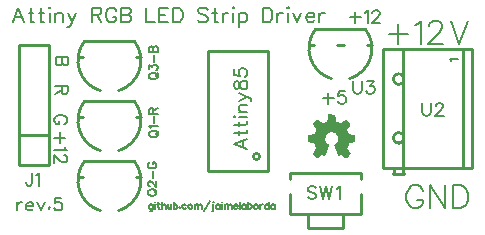
<source format=gto>
G04 ---------------------------- Layer name :TOP SILK LAYER*
G04 easyEDA 0.1*
G04 Scale: 100 percent, Rotated: No, Reflected: No *
G04 Dimensions in inches *
G04 leading zeros omitted , absolute positions ,2 integer and 4 * 
%FSLAX24Y24*%
%MOIN*%
G90*
G70D02*

%ADD10C,0.010000*%
%ADD11C,0.009000*%
%ADD12C,0.008000*%
%ADD13C,0.007000*%
%ADD14C,0.006000*%

%LPD*%
%LNVIA PAD TRACK COPPERAREA*%
G54D10*
G01X11780Y8940D02*
G01X11780Y9150D01*
G01X9419Y9150D01*
G01X9419Y8940D01*
G01X11780Y7769D02*
G01X11189Y7769D01*
G01X10010Y7769D01*
G01X9419Y7769D01*
G01X11189Y7769D02*
G01X11189Y7319D01*
G01X10010Y7319D01*
G01X10010Y7769D01*
G01X11780Y7790D02*
G01X11780Y8459D01*
G01X9419Y7790D02*
G01X9419Y8459D01*
G54D11*
G01X8700Y9200D02*
G01X8700Y13200D01*
G01X6700Y13200D01*
G01X6700Y9200D01*
G01X8700Y9200D01*
G54D10*
G01X4219Y11550D02*
G01X2580Y11550D01*
G01X4450Y11000D02*
G01X4290Y11000D01*
G01X2509Y11000D02*
G01X2350Y11000D01*
G01X4219Y9550D02*
G01X2580Y9550D01*
G01X4450Y9000D02*
G01X4290Y9000D01*
G01X2509Y9000D02*
G01X2350Y9000D01*
G01X4219Y13550D02*
G01X2580Y13550D01*
G01X4450Y13000D02*
G01X4290Y13000D01*
G01X2509Y13000D02*
G01X2350Y13000D01*
G01X1400Y9400D02*
G01X400Y9400D01*
G01X400Y9400D02*
G01X400Y10400D01*
G01X400Y10400D02*
G01X400Y13400D01*
G01X400Y13400D02*
G01X1400Y13400D01*
G01X1400Y13400D02*
G01X1400Y10400D01*
G01X1400Y10400D02*
G01X1400Y9400D01*
G01X1400Y10400D02*
G01X400Y10400D01*
G01X12519Y9330D02*
G01X12519Y13269D01*
G01X12519Y13269D02*
G01X13200Y13269D01*
G01X13200Y13269D02*
G01X15189Y13269D01*
G01X15189Y13269D02*
G01X15480Y13269D01*
G01X15480Y13269D02*
G01X15480Y9330D01*
G01X15480Y9330D02*
G01X15189Y9330D01*
G01X15189Y9330D02*
G01X13200Y9330D01*
G01X13200Y9330D02*
G01X13150Y9330D01*
G01X13150Y9330D02*
G01X12919Y9330D01*
G01X12919Y9330D02*
G01X12519Y9330D01*
G01X12919Y9330D02*
G01X12860Y9100D01*
G01X12860Y9100D02*
G01X13210Y9100D01*
G01X13210Y9100D02*
G01X13150Y9330D01*
G01X13200Y9330D02*
G01X13200Y13269D01*
G01X15189Y9330D02*
G01X15189Y13269D01*
G01X11919Y13950D02*
G01X10280Y13950D01*
G01X12150Y13400D02*
G01X11989Y13400D01*
G01X11210Y13400D02*
G01X10989Y13400D01*
G01X10210Y13400D02*
G01X10050Y13400D01*
G54D12*
G01X13031Y14113D02*
G01X13031Y13459D01*
G01X12705Y13786D02*
G01X13360Y13786D01*
G01X13600Y14076D02*
G01X13672Y14113D01*
G01X13781Y14221D01*
G01X13781Y13459D01*
G01X14057Y14040D02*
G01X14057Y14076D01*
G01X14093Y14150D01*
G01X14130Y14186D01*
G01X14202Y14221D01*
G01X14348Y14221D01*
G01X14421Y14186D01*
G01X14457Y14150D01*
G01X14493Y14076D01*
G01X14493Y14003D01*
G01X14457Y13930D01*
G01X14385Y13821D01*
G01X14021Y13459D01*
G01X14530Y13459D01*
G01X14769Y14221D02*
G01X15060Y13459D01*
G01X15352Y14221D02*
G01X15060Y13459D01*
G01X13844Y8555D02*
G01X13809Y8626D01*
G01X13735Y8700D01*
G01X13664Y8736D01*
G01X13518Y8736D01*
G01X13444Y8700D01*
G01X13372Y8626D01*
G01X13335Y8555D01*
G01X13300Y8444D01*
G01X13300Y8263D01*
G01X13335Y8155D01*
G01X13372Y8082D01*
G01X13444Y8009D01*
G01X13518Y7973D01*
G01X13664Y7973D01*
G01X13735Y8009D01*
G01X13809Y8082D01*
G01X13844Y8155D01*
G01X13844Y8263D01*
G01X13664Y8263D02*
G01X13844Y8263D01*
G01X14085Y8736D02*
G01X14085Y7973D01*
G01X14085Y8736D02*
G01X14594Y7973D01*
G01X14594Y8736D02*
G01X14594Y7973D01*
G01X14835Y8736D02*
G01X14835Y7973D01*
G01X14835Y8736D02*
G01X15089Y8736D01*
G01X15197Y8700D01*
G01X15271Y8626D01*
G01X15306Y8555D01*
G01X15343Y8444D01*
G01X15343Y8263D01*
G01X15306Y8155D01*
G01X15271Y8082D01*
G01X15197Y8009D01*
G01X15089Y7973D01*
G01X14835Y7973D01*
G01X4836Y8111D02*
G01X4836Y7938D01*
G01X4825Y7907D01*
G01X4815Y7894D01*
G01X4794Y7884D01*
G01X4761Y7884D01*
G01X4740Y7894D01*
G01X4836Y8078D02*
G01X4815Y8098D01*
G01X4794Y8111D01*
G01X4761Y8111D01*
G01X4740Y8098D01*
G01X4719Y8078D01*
G01X4707Y8044D01*
G01X4707Y8023D01*
G01X4719Y7992D01*
G01X4740Y7969D01*
G01X4761Y7959D01*
G01X4794Y7959D01*
G01X4815Y7969D01*
G01X4836Y7992D01*
G01X4907Y8186D02*
G01X4917Y8173D01*
G01X4928Y8186D01*
G01X4917Y8196D01*
G01X4907Y8186D01*
G01X4917Y8111D02*
G01X4917Y7959D01*
G01X5032Y8186D02*
G01X5032Y8003D01*
G01X5042Y7969D01*
G01X5065Y7959D01*
G01X5086Y7959D01*
G01X4998Y8111D02*
G01X5073Y8111D01*
G01X5157Y8186D02*
G01X5157Y7959D01*
G01X5157Y8067D02*
G01X5190Y8098D01*
G01X5211Y8111D01*
G01X5242Y8111D01*
G01X5265Y8098D01*
G01X5273Y8067D01*
G01X5273Y7959D01*
G01X5344Y8111D02*
G01X5344Y8003D01*
G01X5357Y7969D01*
G01X5378Y7959D01*
G01X5411Y7959D01*
G01X5432Y7969D01*
G01X5465Y8003D01*
G01X5465Y8111D02*
G01X5465Y7959D01*
G01X5536Y8186D02*
G01X5536Y7959D01*
G01X5536Y8078D02*
G01X5557Y8098D01*
G01X5578Y8111D01*
G01X5611Y8111D01*
G01X5632Y8098D01*
G01X5653Y8078D01*
G01X5665Y8044D01*
G01X5665Y8023D01*
G01X5653Y7992D01*
G01X5632Y7969D01*
G01X5611Y7959D01*
G01X5578Y7959D01*
G01X5557Y7969D01*
G01X5536Y7992D01*
G01X5744Y8013D02*
G01X5732Y8003D01*
G01X5744Y7992D01*
G01X5757Y8003D01*
G01X5744Y8013D01*
G01X5957Y8078D02*
G01X5932Y8098D01*
G01X5911Y8111D01*
G01X5882Y8111D01*
G01X5857Y8098D01*
G01X5836Y8078D01*
G01X5828Y8044D01*
G01X5828Y8023D01*
G01X5836Y7992D01*
G01X5857Y7969D01*
G01X5882Y7959D01*
G01X5911Y7959D01*
G01X5932Y7969D01*
G01X5957Y7992D01*
G01X6078Y8111D02*
G01X6057Y8098D01*
G01X6036Y8078D01*
G01X6028Y8044D01*
G01X6028Y8023D01*
G01X6036Y7992D01*
G01X6057Y7969D01*
G01X6078Y7959D01*
G01X6111Y7959D01*
G01X6132Y7969D01*
G01X6153Y7992D01*
G01X6165Y8023D01*
G01X6165Y8044D01*
G01X6153Y8078D01*
G01X6132Y8098D01*
G01X6111Y8111D01*
G01X6078Y8111D01*
G01X6236Y8111D02*
G01X6236Y7959D01*
G01X6236Y8067D02*
G01X6269Y8098D01*
G01X6290Y8111D01*
G01X6323Y8111D01*
G01X6344Y8098D01*
G01X6353Y8067D01*
G01X6353Y7959D01*
G01X6353Y8067D02*
G01X6386Y8098D01*
G01X6407Y8111D01*
G01X6440Y8111D01*
G01X6461Y8098D01*
G01X6473Y8067D01*
G01X6473Y7959D01*
G01X6736Y8228D02*
G01X6544Y7884D01*
G01X6850Y8186D02*
G01X6861Y8173D01*
G01X6873Y8186D01*
G01X6861Y8196D01*
G01X6850Y8186D01*
G01X6861Y8111D02*
G01X6861Y7928D01*
G01X6850Y7894D01*
G01X6828Y7884D01*
G01X6807Y7884D01*
G01X7071Y8111D02*
G01X7071Y7959D01*
G01X7071Y8078D02*
G01X7050Y8098D01*
G01X7028Y8111D01*
G01X6996Y8111D01*
G01X6975Y8098D01*
G01X6953Y8078D01*
G01X6944Y8044D01*
G01X6944Y8023D01*
G01X6953Y7992D01*
G01X6975Y7969D01*
G01X6996Y7959D01*
G01X7028Y7959D01*
G01X7050Y7969D01*
G01X7071Y7992D01*
G01X7142Y8186D02*
G01X7153Y8173D01*
G01X7165Y8186D01*
G01X7153Y8196D01*
G01X7142Y8186D01*
G01X7153Y8111D02*
G01X7153Y7959D01*
G01X7236Y8111D02*
G01X7236Y7959D01*
G01X7236Y8067D02*
G01X7267Y8098D01*
G01X7290Y8111D01*
G01X7319Y8111D01*
G01X7342Y8098D01*
G01X7353Y8067D01*
G01X7353Y7959D01*
G01X7353Y8067D02*
G01X7386Y8098D01*
G01X7407Y8111D01*
G01X7440Y8111D01*
G01X7461Y8098D01*
G01X7471Y8067D01*
G01X7471Y7959D01*
G01X7542Y8044D02*
G01X7669Y8044D01*
G01X7669Y8067D01*
G01X7661Y8088D01*
G01X7648Y8098D01*
G01X7628Y8111D01*
G01X7594Y8111D01*
G01X7573Y8098D01*
G01X7553Y8078D01*
G01X7542Y8044D01*
G01X7542Y8023D01*
G01X7553Y7992D01*
G01X7573Y7969D01*
G01X7594Y7959D01*
G01X7628Y7959D01*
G01X7648Y7969D01*
G01X7669Y7992D01*
G01X7740Y8186D02*
G01X7740Y7959D01*
G01X7940Y8111D02*
G01X7940Y7959D01*
G01X7940Y8078D02*
G01X7919Y8098D01*
G01X7898Y8111D01*
G01X7865Y8111D01*
G01X7844Y8098D01*
G01X7823Y8078D01*
G01X7811Y8044D01*
G01X7811Y8023D01*
G01X7823Y7992D01*
G01X7844Y7969D01*
G01X7865Y7959D01*
G01X7898Y7959D01*
G01X7919Y7969D01*
G01X7940Y7992D01*
G01X8011Y8186D02*
G01X8011Y7959D01*
G01X8011Y8078D02*
G01X8032Y8098D01*
G01X8057Y8111D01*
G01X8086Y8111D01*
G01X8111Y8098D01*
G01X8132Y8078D01*
G01X8140Y8044D01*
G01X8140Y8023D01*
G01X8132Y7992D01*
G01X8111Y7969D01*
G01X8086Y7959D01*
G01X8057Y7959D01*
G01X8032Y7969D01*
G01X8011Y7992D01*
G01X8265Y8111D02*
G01X8244Y8098D01*
G01X8223Y8078D01*
G01X8211Y8044D01*
G01X8211Y8023D01*
G01X8223Y7992D01*
G01X8244Y7969D01*
G01X8265Y7959D01*
G01X8298Y7959D01*
G01X8319Y7969D01*
G01X8340Y7992D01*
G01X8353Y8023D01*
G01X8353Y8044D01*
G01X8340Y8078D01*
G01X8319Y8098D01*
G01X8298Y8111D01*
G01X8265Y8111D01*
G01X8423Y8111D02*
G01X8423Y7959D01*
G01X8423Y8044D02*
G01X8432Y8078D01*
G01X8453Y8098D01*
G01X8478Y8111D01*
G01X8507Y8111D01*
G01X8707Y8186D02*
G01X8707Y7959D01*
G01X8707Y8078D02*
G01X8686Y8098D01*
G01X8665Y8111D01*
G01X8632Y8111D01*
G01X8611Y8098D01*
G01X8590Y8078D01*
G01X8578Y8044D01*
G01X8578Y8023D01*
G01X8590Y7992D01*
G01X8611Y7969D01*
G01X8632Y7959D01*
G01X8665Y7959D01*
G01X8686Y7969D01*
G01X8707Y7992D01*
G01X8907Y8111D02*
G01X8907Y7959D01*
G01X8907Y8078D02*
G01X8886Y8098D01*
G01X8865Y8111D01*
G01X8832Y8111D01*
G01X8811Y8098D01*
G01X8790Y8078D01*
G01X8778Y8044D01*
G01X8778Y8023D01*
G01X8790Y7992D01*
G01X8811Y7969D01*
G01X8832Y7959D01*
G01X8865Y7959D01*
G01X8886Y7969D01*
G01X8907Y7992D01*
G01X361Y14661D02*
G01X176Y14173D01*
G01X361Y14661D02*
G01X551Y14173D01*
G01X248Y14334D02*
G01X478Y14334D01*
G01X773Y14661D02*
G01X773Y14265D01*
G01X796Y14196D01*
G01X842Y14173D01*
G01X890Y14173D01*
G01X703Y14498D02*
G01X867Y14498D01*
G01X1111Y14661D02*
G01X1111Y14265D01*
G01X1134Y14196D01*
G01X1182Y14173D01*
G01X1228Y14173D01*
G01X1042Y14498D02*
G01X1205Y14498D01*
G01X1382Y14661D02*
G01X1405Y14638D01*
G01X1428Y14661D01*
G01X1405Y14684D01*
G01X1382Y14661D01*
G01X1405Y14498D02*
G01X1405Y14173D01*
G01X1582Y14498D02*
G01X1582Y14173D01*
G01X1582Y14405D02*
G01X1651Y14475D01*
G01X1698Y14498D01*
G01X1769Y14498D01*
G01X1815Y14475D01*
G01X1836Y14405D01*
G01X1836Y14173D01*
G01X2015Y14498D02*
G01X2153Y14173D01*
G01X2294Y14498D02*
G01X2153Y14173D01*
G01X2107Y14080D01*
G01X2059Y14032D01*
G01X2015Y14009D01*
G01X1992Y14009D01*
G01X2805Y14661D02*
G01X2805Y14173D01*
G01X2805Y14661D02*
G01X3015Y14661D01*
G01X3084Y14638D01*
G01X3107Y14615D01*
G01X3132Y14567D01*
G01X3132Y14521D01*
G01X3107Y14475D01*
G01X3084Y14451D01*
G01X3015Y14428D01*
G01X2805Y14428D01*
G01X2969Y14428D02*
G01X3132Y14173D01*
G01X3634Y14544D02*
G01X3609Y14590D01*
G01X3565Y14638D01*
G01X3519Y14661D01*
G01X3426Y14661D01*
G01X3378Y14638D01*
G01X3332Y14590D01*
G01X3307Y14544D01*
G01X3284Y14475D01*
G01X3284Y14359D01*
G01X3307Y14288D01*
G01X3332Y14242D01*
G01X3378Y14196D01*
G01X3426Y14173D01*
G01X3519Y14173D01*
G01X3565Y14196D01*
G01X3609Y14242D01*
G01X3634Y14288D01*
G01X3634Y14359D01*
G01X3519Y14359D02*
G01X3634Y14359D01*
G01X3786Y14661D02*
G01X3786Y14173D01*
G01X3786Y14661D02*
G01X3998Y14661D01*
G01X4067Y14638D01*
G01X4090Y14615D01*
G01X4111Y14567D01*
G01X4111Y14521D01*
G01X4090Y14475D01*
G01X4067Y14451D01*
G01X3998Y14428D01*
G01X3786Y14428D02*
G01X3998Y14428D01*
G01X4067Y14405D01*
G01X4090Y14382D01*
G01X4111Y14334D01*
G01X4111Y14265D01*
G01X4090Y14219D01*
G01X4067Y14196D01*
G01X3998Y14173D01*
G01X3786Y14173D01*
G01X4627Y14661D02*
G01X4627Y14173D01*
G01X4627Y14173D02*
G01X4903Y14173D01*
G01X5057Y14661D02*
G01X5057Y14173D01*
G01X5057Y14661D02*
G01X5361Y14661D01*
G01X5057Y14428D02*
G01X5244Y14428D01*
G01X5057Y14173D02*
G01X5361Y14173D01*
G01X5518Y14661D02*
G01X5518Y14173D01*
G01X5518Y14661D02*
G01X5677Y14661D01*
G01X5747Y14638D01*
G01X5794Y14590D01*
G01X5818Y14544D01*
G01X5843Y14475D01*
G01X5843Y14359D01*
G01X5818Y14288D01*
G01X5794Y14242D01*
G01X5747Y14196D01*
G01X5677Y14173D01*
G01X5518Y14173D01*
G01X6677Y14590D02*
G01X6631Y14638D01*
G01X6561Y14661D01*
G01X6469Y14661D01*
G01X6398Y14638D01*
G01X6352Y14590D01*
G01X6352Y14544D01*
G01X6377Y14498D01*
G01X6398Y14475D01*
G01X6444Y14451D01*
G01X6585Y14405D01*
G01X6631Y14382D01*
G01X6653Y14359D01*
G01X6677Y14311D01*
G01X6677Y14242D01*
G01X6631Y14196D01*
G01X6561Y14173D01*
G01X6469Y14173D01*
G01X6398Y14196D01*
G01X6352Y14242D01*
G01X6902Y14661D02*
G01X6902Y14265D01*
G01X6923Y14196D01*
G01X6969Y14173D01*
G01X7018Y14173D01*
G01X6831Y14498D02*
G01X6994Y14498D01*
G01X7169Y14498D02*
G01X7169Y14173D01*
G01X7169Y14359D02*
G01X7194Y14428D01*
G01X7243Y14475D01*
G01X7286Y14498D01*
G01X7356Y14498D01*
G01X7511Y14661D02*
G01X7532Y14638D01*
G01X7556Y14661D01*
G01X7532Y14684D01*
G01X7511Y14661D01*
G01X7532Y14498D02*
G01X7532Y14173D01*
G01X7711Y14498D02*
G01X7711Y14009D01*
G01X7711Y14428D02*
G01X7756Y14475D01*
G01X7802Y14498D01*
G01X7873Y14498D01*
G01X7919Y14475D01*
G01X7968Y14428D01*
G01X7993Y14359D01*
G01X7993Y14311D01*
G01X7968Y14242D01*
G01X7919Y14196D01*
G01X7873Y14173D01*
G01X7802Y14173D01*
G01X7756Y14196D01*
G01X7711Y14242D01*
G01X8502Y14661D02*
G01X8502Y14173D01*
G01X8502Y14661D02*
G01X8668Y14661D01*
G01X8735Y14638D01*
G01X8781Y14590D01*
G01X8802Y14544D01*
G01X8827Y14475D01*
G01X8827Y14359D01*
G01X8802Y14288D01*
G01X8781Y14242D01*
G01X8735Y14196D01*
G01X8668Y14173D01*
G01X8502Y14173D01*
G01X8981Y14498D02*
G01X8981Y14173D01*
G01X8981Y14359D02*
G01X9002Y14428D01*
G01X9052Y14475D01*
G01X9097Y14498D01*
G01X9168Y14498D01*
G01X9319Y14661D02*
G01X9344Y14638D01*
G01X9368Y14661D01*
G01X9344Y14684D01*
G01X9319Y14661D01*
G01X9344Y14498D02*
G01X9344Y14173D01*
G01X9519Y14498D02*
G01X9660Y14173D01*
G01X9798Y14498D02*
G01X9660Y14173D01*
G01X9952Y14359D02*
G01X10231Y14359D01*
G01X10231Y14405D01*
G01X10207Y14451D01*
G01X10186Y14475D01*
G01X10143Y14498D01*
G01X10069Y14498D01*
G01X10023Y14475D01*
G01X9977Y14428D01*
G01X9952Y14359D01*
G01X9952Y14311D01*
G01X9977Y14242D01*
G01X10023Y14196D01*
G01X10069Y14173D01*
G01X10143Y14173D01*
G01X10186Y14196D01*
G01X10231Y14242D01*
G01X10386Y14498D02*
G01X10386Y14173D01*
G01X10386Y14359D02*
G01X10410Y14428D01*
G01X10456Y14475D01*
G01X10502Y14498D01*
G01X10572Y14498D01*
G01X1930Y10319D02*
G01X1561Y10319D01*
G01X1746Y10503D02*
G01X1746Y10136D01*
G01X1909Y10001D02*
G01X1930Y9961D01*
G01X1990Y9900D01*
G01X1561Y9900D01*
G01X1888Y9744D02*
G01X1909Y9744D01*
G01X1950Y9725D01*
G01X1969Y9703D01*
G01X1990Y9663D01*
G01X1990Y9582D01*
G01X1969Y9540D01*
G01X1950Y9521D01*
G01X1909Y9500D01*
G01X1867Y9500D01*
G01X1828Y9521D01*
G01X1765Y9561D01*
G01X1561Y9765D01*
G01X1561Y9480D01*
G01X1892Y10773D02*
G01X1934Y10794D01*
G01X1973Y10834D01*
G01X1994Y10876D01*
G01X1994Y10957D01*
G01X1973Y10998D01*
G01X1934Y11038D01*
G01X1892Y11059D01*
G01X1832Y11080D01*
G01X1730Y11080D01*
G01X1667Y11059D01*
G01X1628Y11038D01*
G01X1586Y10998D01*
G01X1565Y10957D01*
G01X1565Y10876D01*
G01X1586Y10834D01*
G01X1628Y10794D01*
G01X1667Y10773D01*
G01X1730Y10773D01*
G01X1730Y10876D02*
G01X1730Y10773D01*
G01X2005Y12059D02*
G01X1576Y12059D01*
G01X2005Y12059D02*
G01X2005Y11876D01*
G01X1984Y11815D01*
G01X1963Y11794D01*
G01X1923Y11773D01*
G01X1882Y11773D01*
G01X1842Y11794D01*
G01X1821Y11815D01*
G01X1801Y11876D01*
G01X1801Y12059D01*
G01X1801Y11917D02*
G01X1576Y11773D01*
G01X2034Y13019D02*
G01X1605Y13019D01*
G01X2034Y13019D02*
G01X2034Y12836D01*
G01X2013Y12775D01*
G01X1994Y12755D01*
G01X1953Y12734D01*
G01X1911Y12734D01*
G01X1871Y12755D01*
G01X1851Y12775D01*
G01X1830Y12836D01*
G01X1830Y13019D02*
G01X1830Y12836D01*
G01X1809Y12775D01*
G01X1790Y12755D01*
G01X1748Y12734D01*
G01X1688Y12734D01*
G01X1646Y12755D01*
G01X1626Y12775D01*
G01X1605Y12836D01*
G01X1605Y13019D01*
G01X11588Y14519D02*
G01X11588Y14150D01*
G01X11403Y14334D02*
G01X11771Y14334D01*
G01X11903Y14498D02*
G01X11946Y14519D01*
G01X12007Y14578D01*
G01X12007Y14150D01*
G01X12163Y14476D02*
G01X12163Y14498D01*
G01X12182Y14538D01*
G01X12203Y14557D01*
G01X12246Y14578D01*
G01X12325Y14578D01*
G01X12367Y14557D01*
G01X12388Y14538D01*
G01X12407Y14498D01*
G01X12407Y14455D01*
G01X12388Y14417D01*
G01X12346Y14353D01*
G01X12142Y14150D01*
G01X12428Y14150D01*
G01X10690Y11828D02*
G01X10690Y11461D01*
G01X10503Y11644D02*
G01X10871Y11644D01*
G01X11253Y11890D02*
G01X11050Y11890D01*
G01X11028Y11705D01*
G01X11050Y11726D01*
G01X11107Y11746D01*
G01X11171Y11746D01*
G01X11232Y11726D01*
G01X11271Y11686D01*
G01X11290Y11625D01*
G01X11290Y11584D01*
G01X11271Y11523D01*
G01X11232Y11482D01*
G01X11171Y11461D01*
G01X11107Y11461D01*
G01X11050Y11482D01*
G01X11028Y11501D01*
G01X11007Y11542D01*
G01X315Y8186D02*
G01X315Y7900D01*
G01X315Y8063D02*
G01X336Y8125D01*
G01X376Y8165D01*
G01X417Y8186D01*
G01X478Y8186D01*
G01X613Y8063D02*
G01X859Y8063D01*
G01X859Y8103D01*
G01X838Y8144D01*
G01X817Y8165D01*
G01X776Y8186D01*
G01X715Y8186D01*
G01X675Y8165D01*
G01X634Y8125D01*
G01X613Y8063D01*
G01X613Y8023D01*
G01X634Y7961D01*
G01X675Y7921D01*
G01X715Y7900D01*
G01X776Y7900D01*
G01X817Y7921D01*
G01X859Y7961D01*
G01X992Y8186D02*
G01X1115Y7900D01*
G01X1238Y8186D02*
G01X1115Y7900D01*
G01X1392Y8001D02*
G01X1373Y7982D01*
G01X1392Y7961D01*
G01X1413Y7982D01*
G01X1392Y8001D01*
G01X1792Y8328D02*
G01X1588Y8328D01*
G01X1569Y8144D01*
G01X1588Y8165D01*
G01X1650Y8186D01*
G01X1711Y8186D01*
G01X1773Y8165D01*
G01X1813Y8125D01*
G01X1834Y8063D01*
G01X1834Y8023D01*
G01X1813Y7961D01*
G01X1773Y7921D01*
G01X1711Y7900D01*
G01X1650Y7900D01*
G01X1588Y7921D01*
G01X1569Y7940D01*
G01X1548Y7982D01*
G54D13*
G01X10289Y8648D02*
G01X10247Y8688D01*
G01X10186Y8709D01*
G01X10105Y8709D01*
G01X10043Y8688D01*
G01X10002Y8648D01*
G01X10002Y8607D01*
G01X10022Y8565D01*
G01X10043Y8546D01*
G01X10085Y8525D01*
G01X10207Y8484D01*
G01X10247Y8463D01*
G01X10268Y8444D01*
G01X10289Y8403D01*
G01X10289Y8340D01*
G01X10247Y8300D01*
G01X10186Y8280D01*
G01X10105Y8280D01*
G01X10043Y8300D01*
G01X10002Y8340D01*
G01X10423Y8709D02*
G01X10527Y8280D01*
G01X10628Y8709D02*
G01X10527Y8280D01*
G01X10628Y8709D02*
G01X10731Y8280D01*
G01X10832Y8709D02*
G01X10731Y8280D01*
G01X10968Y8628D02*
G01X11009Y8648D01*
G01X11071Y8709D01*
G01X11071Y8280D01*
G01X7561Y10107D02*
G01X7989Y9942D01*
G01X7561Y10107D02*
G01X7989Y10269D01*
G01X7846Y10003D02*
G01X7846Y10209D01*
G01X7561Y10467D02*
G01X7907Y10467D01*
G01X7971Y10486D01*
G01X7989Y10528D01*
G01X7989Y10569D01*
G01X7703Y10405D02*
G01X7703Y10548D01*
G01X7561Y10765D02*
G01X7907Y10765D01*
G01X7971Y10786D01*
G01X7989Y10826D01*
G01X7989Y10867D01*
G01X7703Y10703D02*
G01X7703Y10846D01*
G01X7561Y11003D02*
G01X7580Y11023D01*
G01X7561Y11042D01*
G01X7539Y11023D01*
G01X7561Y11003D01*
G01X7703Y11023D02*
G01X7989Y11023D01*
G01X7703Y11178D02*
G01X7989Y11178D01*
G01X7786Y11178D02*
G01X7725Y11240D01*
G01X7703Y11280D01*
G01X7703Y11342D01*
G01X7725Y11382D01*
G01X7786Y11403D01*
G01X7989Y11403D01*
G01X7703Y11559D02*
G01X7989Y11682D01*
G01X7703Y11803D02*
G01X7989Y11682D01*
G01X8071Y11640D01*
G01X8113Y11600D01*
G01X8132Y11559D01*
G01X8132Y11538D01*
G01X7561Y12042D02*
G01X7580Y11980D01*
G01X7621Y11959D01*
G01X7663Y11959D01*
G01X7703Y11980D01*
G01X7725Y12021D01*
G01X7746Y12103D01*
G01X7764Y12163D01*
G01X7805Y12205D01*
G01X7846Y12226D01*
G01X7907Y12226D01*
G01X7950Y12205D01*
G01X7971Y12184D01*
G01X7989Y12123D01*
G01X7989Y12042D01*
G01X7971Y11980D01*
G01X7950Y11959D01*
G01X7907Y11938D01*
G01X7846Y11938D01*
G01X7805Y11959D01*
G01X7764Y12001D01*
G01X7746Y12061D01*
G01X7725Y12144D01*
G01X7703Y12184D01*
G01X7663Y12205D01*
G01X7621Y12205D01*
G01X7580Y12184D01*
G01X7561Y12123D01*
G01X7561Y12042D01*
G01X7561Y12605D02*
G01X7561Y12401D01*
G01X7746Y12380D01*
G01X7725Y12401D01*
G01X7703Y12463D01*
G01X7703Y12523D01*
G01X7725Y12586D01*
G01X7764Y12626D01*
G01X7825Y12646D01*
G01X7867Y12646D01*
G01X7928Y12626D01*
G01X7971Y12586D01*
G01X7989Y12523D01*
G01X7989Y12463D01*
G01X7971Y12401D01*
G01X7950Y12380D01*
G01X7907Y12361D01*
G01X4727Y10423D02*
G01X4739Y10396D01*
G01X4767Y10369D01*
G01X4793Y10355D01*
G01X4834Y10342D01*
G01X4901Y10342D01*
G01X4942Y10355D01*
G01X4968Y10369D01*
G01X4994Y10396D01*
G01X5009Y10423D01*
G01X5009Y10476D01*
G01X4994Y10503D01*
G01X4968Y10530D01*
G01X4942Y10544D01*
G01X4901Y10557D01*
G01X4834Y10557D01*
G01X4793Y10544D01*
G01X4767Y10530D01*
G01X4739Y10503D01*
G01X4727Y10476D01*
G01X4727Y10423D01*
G01X4955Y10463D02*
G01X5035Y10544D01*
G01X4781Y10646D02*
G01X4767Y10673D01*
G01X4727Y10713D01*
G01X5009Y10713D01*
G01X4888Y10801D02*
G01X4888Y11044D01*
G01X4727Y11132D02*
G01X5009Y11132D01*
G01X4727Y11132D02*
G01X4727Y11253D01*
G01X4739Y11292D01*
G01X4753Y11307D01*
G01X4781Y11319D01*
G01X4806Y11319D01*
G01X4834Y11307D01*
G01X4847Y11292D01*
G01X4860Y11253D01*
G01X4860Y11132D01*
G01X4860Y11226D02*
G01X5009Y11319D01*
G01X4676Y8476D02*
G01X4689Y8450D01*
G01X4715Y8423D01*
G01X4743Y8409D01*
G01X4782Y8396D01*
G01X4850Y8396D01*
G01X4890Y8409D01*
G01X4918Y8423D01*
G01X4943Y8450D01*
G01X4957Y8476D01*
G01X4957Y8530D01*
G01X4943Y8557D01*
G01X4918Y8584D01*
G01X4890Y8596D01*
G01X4850Y8611D01*
G01X4782Y8611D01*
G01X4743Y8596D01*
G01X4715Y8584D01*
G01X4689Y8557D01*
G01X4676Y8530D01*
G01X4676Y8476D01*
G01X4903Y8517D02*
G01X4985Y8596D01*
G01X4743Y8713D02*
G01X4730Y8713D01*
G01X4702Y8726D01*
G01X4689Y8740D01*
G01X4676Y8765D01*
G01X4676Y8819D01*
G01X4689Y8846D01*
G01X4702Y8859D01*
G01X4730Y8873D01*
G01X4756Y8873D01*
G01X4782Y8859D01*
G01X4823Y8834D01*
G01X4957Y8698D01*
G01X4957Y8886D01*
G01X4836Y8976D02*
G01X4836Y9217D01*
G01X4743Y9507D02*
G01X4715Y9494D01*
G01X4689Y9467D01*
G01X4676Y9440D01*
G01X4676Y9386D01*
G01X4689Y9359D01*
G01X4715Y9332D01*
G01X4743Y9319D01*
G01X4782Y9305D01*
G01X4850Y9305D01*
G01X4890Y9319D01*
G01X4918Y9332D01*
G01X4943Y9359D01*
G01X4957Y9386D01*
G01X4957Y9440D01*
G01X4943Y9467D01*
G01X4918Y9494D01*
G01X4890Y9507D01*
G01X4850Y9507D01*
G01X4850Y9440D02*
G01X4850Y9507D01*
G01X4718Y12355D02*
G01X4731Y12328D01*
G01X4759Y12301D01*
G01X4785Y12288D01*
G01X4826Y12275D01*
G01X4893Y12275D01*
G01X4934Y12288D01*
G01X4960Y12301D01*
G01X4986Y12328D01*
G01X5001Y12355D01*
G01X5001Y12409D01*
G01X4986Y12436D01*
G01X4960Y12463D01*
G01X4934Y12476D01*
G01X4893Y12490D01*
G01X4826Y12490D01*
G01X4785Y12476D01*
G01X4759Y12463D01*
G01X4731Y12436D01*
G01X4718Y12409D01*
G01X4718Y12355D01*
G01X4947Y12396D02*
G01X5027Y12476D01*
G01X4718Y12605D02*
G01X4718Y12753D01*
G01X4826Y12671D01*
G01X4826Y12713D01*
G01X4839Y12738D01*
G01X4852Y12753D01*
G01X4893Y12765D01*
G01X4919Y12765D01*
G01X4960Y12753D01*
G01X4986Y12726D01*
G01X5001Y12686D01*
G01X5001Y12644D01*
G01X4986Y12605D01*
G01X4973Y12592D01*
G01X4947Y12578D01*
G01X4880Y12855D02*
G01X4880Y13096D01*
G01X4718Y13184D02*
G01X5001Y13184D01*
G01X4718Y13184D02*
G01X4718Y13305D01*
G01X4731Y13346D01*
G01X4746Y13359D01*
G01X4772Y13373D01*
G01X4798Y13373D01*
G01X4826Y13359D01*
G01X4839Y13346D01*
G01X4852Y13305D01*
G01X4852Y13184D02*
G01X4852Y13305D01*
G01X4867Y13346D01*
G01X4880Y13359D01*
G01X4906Y13373D01*
G01X4947Y13373D01*
G01X4973Y13359D01*
G01X4986Y13346D01*
G01X5001Y13305D01*
G01X5001Y13184D01*
G01X821Y9148D02*
G01X821Y8821D01*
G01X800Y8761D01*
G01X780Y8740D01*
G01X738Y8719D01*
G01X698Y8719D01*
G01X657Y8740D01*
G01X636Y8761D01*
G01X615Y8821D01*
G01X615Y8863D01*
G01X955Y9067D02*
G01X996Y9088D01*
G01X1057Y9148D01*
G01X1057Y8719D01*
G01X13830Y11480D02*
G01X13830Y11175D01*
G01X13847Y11113D01*
G01X13890Y11071D01*
G01X13947Y11051D01*
G01X13990Y11051D01*
G01X14055Y11071D01*
G01X14097Y11113D01*
G01X14115Y11175D01*
G01X14115Y11480D01*
G01X14272Y11378D02*
G01X14272Y11400D01*
G01X14290Y11440D01*
G01X14311Y11461D01*
G01X14355Y11480D01*
G01X14434Y11480D01*
G01X14472Y11461D01*
G01X14497Y11440D01*
G01X14515Y11400D01*
G01X14515Y11359D01*
G01X14497Y11317D01*
G01X14455Y11255D01*
G01X14247Y11051D01*
G01X14536Y11051D01*
G54D14*
G01X14789Y12869D02*
G01X14776Y12896D01*
G01X14735Y12938D01*
G01X15022Y12938D01*
G54D13*
G01X11530Y12226D02*
G01X11530Y11919D01*
G01X11550Y11857D01*
G01X11590Y11817D01*
G01X11652Y11796D01*
G01X11693Y11796D01*
G01X11755Y11817D01*
G01X11796Y11857D01*
G01X11815Y11919D01*
G01X11815Y12226D01*
G01X11992Y12226D02*
G01X12217Y12226D01*
G01X12094Y12063D01*
G01X12156Y12063D01*
G01X12197Y12042D01*
G01X12217Y12021D01*
G01X12238Y11961D01*
G01X12238Y11919D01*
G01X12217Y11857D01*
G01X12176Y11817D01*
G01X12114Y11796D01*
G01X12053Y11796D01*
G01X11992Y11817D01*
G01X11972Y11838D01*
G01X11951Y11878D01*
G54D10*
G75*
G01X4225Y11550D02*
G02X3709Y9896I-825J-650D01*
G01*
G75*
G01X3090Y9896D02*
G02X2575Y11550I309J1004D01*
G01*
G75*
G01X4225Y9550D02*
G02X3709Y7896I-825J-650D01*
G01*
G75*
G01X3090Y7896D02*
G02X2575Y9550I309J1004D01*
G01*
G75*
G01X4225Y13550D02*
G02X3709Y11896I-825J-650D01*
G01*
G75*
G01X3090Y11896D02*
G02X2575Y13550I309J1004D01*
G01*
G75*
G01X11925Y13950D02*
G02X11410Y12296I-825J-650D01*
G01*
G75*
G01X10789Y12296D02*
G02X10275Y13950I310J1004D01*
G01*
G75*
G01X8400Y9700D02*
G03X8400Y9700I-100J0D01*
G01*
G75*
G01X13219Y10319D02*
G03X13219Y10319I-180J0D01*
G01*
G75*
G01X13219Y12280D02*
G03X13219Y12280I-180J0D01*
G01*

%LPD*%
%LNFill Path*%
G36*
G01X10700Y11100D02*
G01X10700Y11100D01*
G01X10700Y11100D01*
G01X10698Y11087D01*
G01X10693Y11065D01*
G01X10687Y11035D01*
G01X10680Y11000D01*
G01X10680Y11000D01*
G01X10672Y10961D01*
G01X10666Y10926D01*
G01X10661Y10900D01*
G01X10660Y10890D01*
G01X10660Y10890D01*
G01X10657Y10876D01*
G01X10646Y10864D01*
G01X10622Y10853D01*
G01X10580Y10840D01*
G01X10580Y10840D01*
G01X10554Y10830D01*
G01X10535Y10823D01*
G01X10520Y10820D01*
G01X10507Y10821D01*
G01X10493Y10826D01*
G01X10475Y10835D01*
G01X10452Y10850D01*
G01X10419Y10869D01*
G01X10419Y10869D01*
G01X10396Y10890D01*
G01X10373Y10907D01*
G01X10356Y10920D01*
G01X10350Y10930D01*
G01X10330Y10940D01*
G01X10260Y10859D01*
G01X10260Y10859D01*
G01X10230Y10837D01*
G01X10205Y10817D01*
G01X10186Y10800D01*
G01X10180Y10790D01*
G01X10180Y10790D01*
G01X10182Y10780D01*
G01X10190Y10763D01*
G01X10205Y10737D01*
G01X10230Y10700D01*
G01X10230Y10700D01*
G01X10253Y10667D01*
G01X10269Y10643D01*
G01X10280Y10625D01*
G01X10286Y10609D01*
G01X10286Y10594D01*
G01X10282Y10576D01*
G01X10273Y10552D01*
G01X10260Y10519D01*
G01X10260Y10519D01*
G01X10242Y10483D01*
G01X10232Y10462D01*
G01X10226Y10452D01*
G01X10219Y10450D01*
G01X10219Y10450D01*
G01X10205Y10448D01*
G01X10180Y10443D01*
G01X10146Y10437D01*
G01X10110Y10430D01*
G01X10110Y10430D01*
G01X10076Y10422D01*
G01X10050Y10414D01*
G01X10031Y10407D01*
G01X10019Y10400D01*
G01X10019Y10400D01*
G01X10020Y10388D01*
G01X10019Y10364D01*
G01X10019Y10331D01*
G01X10019Y10295D01*
G01X10019Y10258D01*
G01X10019Y10225D01*
G01X10019Y10201D01*
G01X10019Y10190D01*
G01X10019Y10190D01*
G01X10031Y10182D01*
G01X10051Y10175D01*
G01X10080Y10167D01*
G01X10119Y10159D01*
G01X10119Y10159D01*
G01X10156Y10152D01*
G01X10188Y10146D01*
G01X10211Y10141D01*
G01X10219Y10140D01*
G01X10219Y10140D01*
G01X10225Y10138D01*
G01X10230Y10133D01*
G01X10234Y10127D01*
G01X10239Y10119D01*
G01X10239Y10119D01*
G01X10243Y10101D01*
G01X10251Y10078D01*
G01X10261Y10053D01*
G01X10269Y10030D01*
G01X10289Y9969D01*
G01X10269Y9950D01*
G01X10269Y9950D01*
G01X10260Y9933D01*
G01X10248Y9915D01*
G01X10234Y9896D01*
G01X10219Y9880D01*
G01X10219Y9880D01*
G01X10211Y9863D01*
G01X10201Y9846D01*
G01X10193Y9830D01*
G01X10189Y9819D01*
G01X10169Y9790D01*
G01X10250Y9719D01*
G01X10250Y9719D01*
G01X10279Y9686D01*
G01X10305Y9661D01*
G01X10323Y9645D01*
G01X10330Y9640D01*
G01X10330Y9640D01*
G01X10337Y9643D01*
G01X10356Y9655D01*
G01X10384Y9673D01*
G01X10419Y9700D01*
G01X10500Y9759D01*
G01X10539Y9730D01*
G01X10539Y9730D01*
G01X10558Y9718D01*
G01X10571Y9713D01*
G01X10577Y9714D01*
G01X10580Y9719D01*
G01X10580Y9719D01*
G01X10584Y9727D01*
G01X10592Y9741D01*
G01X10601Y9760D01*
G01X10611Y9784D01*
G01X10623Y9812D01*
G01X10636Y9842D01*
G01X10649Y9874D01*
G01X10662Y9907D01*
G01X10675Y9940D01*
G01X10687Y9971D01*
G01X10699Y10000D01*
G01X10709Y10026D01*
G01X10717Y10048D01*
G01X10724Y10065D01*
G01X10728Y10076D01*
G01X10730Y10080D01*
G01X10730Y10080D01*
G01X10722Y10087D01*
G01X10713Y10096D01*
G01X10703Y10106D01*
G01X10689Y10119D01*
G01X10689Y10119D01*
G01X10663Y10136D01*
G01X10642Y10157D01*
G01X10625Y10181D01*
G01X10610Y10209D01*
G01X10610Y10209D01*
G01X10602Y10232D01*
G01X10596Y10256D01*
G01X10594Y10279D01*
G01X10594Y10303D01*
G01X10596Y10326D01*
G01X10601Y10349D01*
G01X10608Y10371D01*
G01X10617Y10392D01*
G01X10628Y10412D01*
G01X10642Y10431D01*
G01X10657Y10448D01*
G01X10674Y10463D01*
G01X10693Y10476D01*
G01X10714Y10486D01*
G01X10736Y10494D01*
G01X10760Y10500D01*
G01X10760Y10500D01*
G01X10780Y10506D01*
G01X10800Y10509D01*
G01X10821Y10510D01*
G01X10841Y10508D01*
G01X10861Y10504D01*
G01X10881Y10498D01*
G01X10900Y10490D01*
G01X10918Y10481D01*
G01X10935Y10470D01*
G01X10951Y10458D01*
G01X10966Y10444D01*
G01X10980Y10430D01*
G01X10980Y10430D01*
G01X10990Y10411D01*
G01X10998Y10393D01*
G01X11005Y10376D01*
G01X11011Y10358D01*
G01X11015Y10340D01*
G01X11017Y10321D01*
G01X11019Y10301D01*
G01X11019Y10280D01*
G01X11019Y10280D01*
G01X11018Y10254D01*
G01X11014Y10229D01*
G01X11006Y10205D01*
G01X10996Y10183D01*
G01X10982Y10162D01*
G01X10965Y10143D01*
G01X10944Y10125D01*
G01X10919Y10109D01*
G01X10919Y10109D01*
G01X10906Y10101D01*
G01X10897Y10091D01*
G01X10891Y10083D01*
G01X10889Y10080D01*
G01X10889Y10080D01*
G01X10891Y10075D01*
G01X10896Y10062D01*
G01X10902Y10046D01*
G01X10910Y10030D01*
G01X10910Y10030D01*
G01X10911Y10020D01*
G01X10915Y10007D01*
G01X10921Y9992D01*
G01X10928Y9973D01*
G01X10937Y9952D01*
G01X10947Y9930D01*
G01X10958Y9905D01*
G01X10969Y9880D01*
G01X10969Y9880D01*
G01X10977Y9854D01*
G01X10986Y9831D01*
G01X10994Y9810D01*
G01X11002Y9791D01*
G01X11009Y9774D01*
G01X11014Y9760D01*
G01X11018Y9748D01*
G01X11019Y9740D01*
G01X11019Y9740D01*
G01X11027Y9731D01*
G01X11033Y9721D01*
G01X11038Y9713D01*
G01X11039Y9709D01*
G01X11039Y9709D01*
G01X11043Y9711D01*
G01X11052Y9717D01*
G01X11065Y9726D01*
G01X11080Y9740D01*
G01X11119Y9759D01*
G01X11200Y9700D01*
G01X11200Y9700D01*
G01X11229Y9673D01*
G01X11256Y9655D01*
G01X11277Y9643D01*
G01X11289Y9640D01*
G01X11289Y9640D01*
G01X11299Y9646D01*
G01X11317Y9663D01*
G01X11341Y9687D01*
G01X11368Y9716D01*
G01X11395Y9744D01*
G01X11417Y9770D01*
G01X11433Y9790D01*
G01X11439Y9800D01*
G01X11439Y9800D01*
G01X11435Y9806D01*
G01X11422Y9825D01*
G01X11406Y9850D01*
G01X11389Y9880D01*
G01X11389Y9880D01*
G01X11369Y9913D01*
G01X11352Y9938D01*
G01X11339Y9954D01*
G01X11330Y9959D01*
G01X11330Y9959D01*
G01X11330Y9969D01*
G01X11333Y9987D01*
G01X11342Y10016D01*
G01X11360Y10059D01*
G01X11360Y10059D01*
G01X11368Y10089D01*
G01X11378Y10115D01*
G01X11386Y10133D01*
G01X11389Y10140D01*
G01X11389Y10140D01*
G01X11398Y10141D01*
G01X11419Y10146D01*
G01X11449Y10152D01*
G01X11480Y10159D01*
G01X11480Y10159D01*
G01X11516Y10167D01*
G01X11548Y10173D01*
G01X11571Y10178D01*
G01X11580Y10180D01*
G01X11580Y10180D01*
G01X11585Y10183D01*
G01X11588Y10198D01*
G01X11589Y10234D01*
G01X11589Y10300D01*
G01X11589Y10300D01*
G01X11589Y10363D01*
G01X11588Y10396D01*
G01X11585Y10408D01*
G01X11580Y10409D01*
G01X11580Y10409D01*
G01X11567Y10411D01*
G01X11544Y10416D01*
G01X11515Y10422D01*
G01X11480Y10430D01*
G01X11480Y10430D01*
G01X11444Y10437D01*
G01X11416Y10443D01*
G01X11397Y10448D01*
G01X11389Y10450D01*
G01X11389Y10450D01*
G01X11386Y10456D01*
G01X11377Y10475D01*
G01X11364Y10500D01*
G01X11350Y10530D01*
G01X11319Y10609D01*
G01X11380Y10680D01*
G01X11380Y10680D01*
G01X11402Y10716D01*
G01X11421Y10750D01*
G01X11434Y10775D01*
G01X11439Y10790D01*
G01X11439Y10790D01*
G01X11433Y10799D01*
G01X11417Y10817D01*
G01X11394Y10841D01*
G01X11367Y10868D01*
G01X11339Y10895D01*
G01X11313Y10917D01*
G01X11292Y10933D01*
G01X11280Y10940D01*
G01X11280Y10940D01*
G01X11274Y10934D01*
G01X11261Y10922D01*
G01X11242Y10906D01*
G01X11219Y10890D01*
G01X11219Y10890D01*
G01X11191Y10869D01*
G01X11167Y10852D01*
G01X11146Y10839D01*
G01X11130Y10830D01*
G01X11100Y10809D01*
G01X11080Y10830D01*
G01X11080Y10830D01*
G01X11041Y10840D01*
G01X11005Y10853D01*
G01X10975Y10865D01*
G01X10960Y10869D01*
G01X10960Y10869D01*
G01X10959Y10875D01*
G01X10957Y10894D01*
G01X10951Y10937D01*
G01X10939Y11009D01*
G01X10939Y11009D01*
G01X10932Y11039D01*
G01X10926Y11065D01*
G01X10921Y11083D01*
G01X10919Y11090D01*
G01X10919Y11090D01*
G01X10909Y11095D01*
G01X10891Y11098D01*
G01X10859Y11099D01*
G01X10810Y11100D01*
G01X10810Y11100D01*
G01X10767Y11100D01*
G01X10732Y11100D01*
G01X10708Y11100D01*
G01X10700Y11100D01*
G37*

M00*
M02*
</source>
